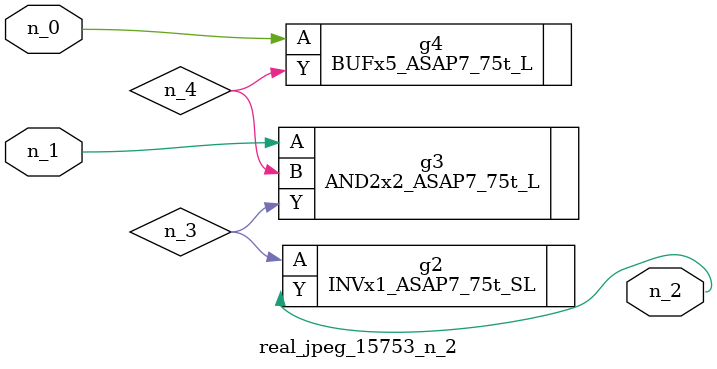
<source format=v>
module real_jpeg_15753_n_2 (n_1, n_0, n_2);

input n_1;
input n_0;

output n_2;

wire n_4;
wire n_3;

BUFx5_ASAP7_75t_L g4 ( 
.A(n_0),
.Y(n_4)
);

AND2x2_ASAP7_75t_L g3 ( 
.A(n_1),
.B(n_4),
.Y(n_3)
);

INVx1_ASAP7_75t_SL g2 ( 
.A(n_3),
.Y(n_2)
);


endmodule
</source>
